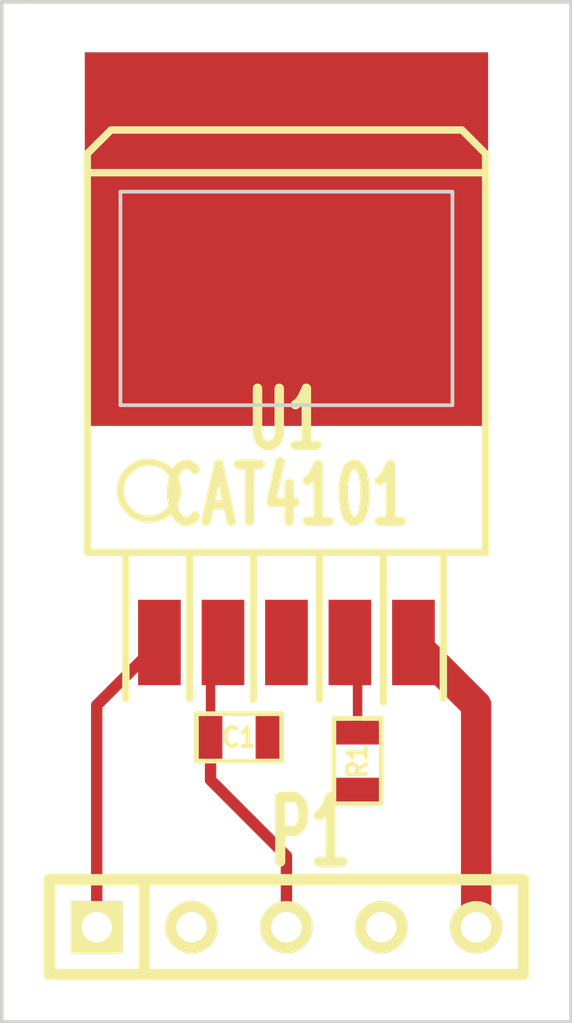
<source format=kicad_pcb>
(kicad_pcb (version 3) (host pcbnew "(22-Jun-2014 BZR 4027)-stable")

  (general
    (links 10)
    (no_connects 5)
    (area 44.399999 23.501629 59.740001 52.120001)
    (thickness 1.6)
    (drawings 9)
    (tracks 11)
    (zones 0)
    (modules 4)
    (nets 6)
  )

  (page A3)
  (layers
    (15 F.Cu signal)
    (0 B.Cu signal)
    (16 B.Adhes user)
    (17 F.Adhes user)
    (18 B.Paste user)
    (19 F.Paste user)
    (20 B.SilkS user)
    (21 F.SilkS user)
    (22 B.Mask user)
    (23 F.Mask user)
    (24 Dwgs.User user)
    (25 Cmts.User user)
    (26 Eco1.User user)
    (27 Eco2.User user)
    (28 Edge.Cuts user)
  )

  (setup
    (last_trace_width 0.3048)
    (trace_clearance 0.254)
    (zone_clearance 0.508)
    (zone_45_only no)
    (trace_min 0.254)
    (segment_width 0.2)
    (edge_width 0.1)
    (via_size 0.889)
    (via_drill 0.635)
    (via_min_size 0.889)
    (via_min_drill 0.508)
    (uvia_size 0.508)
    (uvia_drill 0.127)
    (uvias_allowed no)
    (uvia_min_size 0.508)
    (uvia_min_drill 0.127)
    (pcb_text_width 0.3)
    (pcb_text_size 1.5 1.5)
    (mod_edge_width 0.15)
    (mod_text_size 1 1)
    (mod_text_width 0.15)
    (pad_size 1.5 1.5)
    (pad_drill 0.6)
    (pad_to_mask_clearance 0)
    (aux_axis_origin 0 0)
    (visible_elements FFFFFFBF)
    (pcbplotparams
      (layerselection 3178497)
      (usegerberextensions true)
      (excludeedgelayer true)
      (linewidth 0.150000)
      (plotframeref false)
      (viasonmask false)
      (mode 1)
      (useauxorigin false)
      (hpglpennumber 1)
      (hpglpenspeed 20)
      (hpglpendiameter 15)
      (hpglpenoverlay 2)
      (psnegative false)
      (psa4output false)
      (plotreference true)
      (plotvalue true)
      (plotothertext true)
      (plotinvisibletext false)
      (padsonsilk false)
      (subtractmaskfromsilk false)
      (outputformat 1)
      (mirror false)
      (drillshape 1)
      (scaleselection 1)
      (outputdirectory ""))
  )

  (net 0 "")
  (net 1 /LED)
  (net 2 /PWM)
  (net 3 GND)
  (net 4 N-000001)
  (net 5 VCC)

  (net_class Default "This is the default net class."
    (clearance 0.254)
    (trace_width 0.3048)
    (via_dia 0.889)
    (via_drill 0.635)
    (uvia_dia 0.508)
    (uvia_drill 0.127)
    (add_net "")
    (add_net /PWM)
    (add_net GND)
    (add_net N-000001)
    (add_net VCC)
  )

  (net_class HIGHPWR ""
    (clearance 0.254)
    (trace_width 0.8128)
    (via_dia 0.889)
    (via_drill 0.635)
    (uvia_dia 0.508)
    (uvia_drill 0.127)
    (add_net /LED)
  )

  (module TO263-5 (layer F.Cu) (tedit 4FBE28E0) (tstamp 581E69AB)
    (at 52.07 41.91)
    (path /581E689D)
    (attr smd)
    (fp_text reference U1 (at 0 -5.969) (layer F.SilkS)
      (effects (font (size 1.524 1.016) (thickness 0.254)))
    )
    (fp_text value CAT4101 (at 0 -3.937) (layer F.SilkS)
      (effects (font (size 1.524 1.016) (thickness 0.254)))
    )
    (fp_line (start 4.20116 -2.4003) (end 4.20116 1.50114) (layer F.SilkS) (width 0.19812))
    (fp_line (start 2.60096 -2.4003) (end 2.60096 1.6002) (layer F.SilkS) (width 0.19812))
    (fp_line (start -4.30022 -2.4003) (end -4.30022 1.50114) (layer F.SilkS) (width 0.19812))
    (fp_line (start -2.60096 -2.4003) (end -2.60096 1.50114) (layer F.SilkS) (width 0.19812))
    (fp_line (start -0.889 -2.413) (end -0.889 1.524) (layer F.SilkS) (width 0.19812))
    (fp_line (start 0.889 1.524) (end 0.889 -2.413) (layer F.SilkS) (width 0.19812))
    (fp_circle (center -3.683 -4.064) (end -3.683 -3.302) (layer F.SilkS) (width 0.19812))
    (fp_line (start -5.334 -2.413) (end -5.334 -13.081) (layer F.SilkS) (width 0.19812))
    (fp_line (start -5.334 -13.081) (end -4.699 -13.716) (layer F.SilkS) (width 0.19812))
    (fp_line (start -4.699 -13.716) (end 4.318 -13.716) (layer F.SilkS) (width 0.19812))
    (fp_line (start 4.318 -13.716) (end 4.572 -13.716) (layer F.SilkS) (width 0.19812))
    (fp_line (start 4.572 -13.716) (end 4.699 -13.716) (layer F.SilkS) (width 0.19812))
    (fp_line (start 4.699 -13.716) (end 5.334 -13.081) (layer F.SilkS) (width 0.19812))
    (fp_line (start 5.334 -13.081) (end 5.334 -2.413) (layer F.SilkS) (width 0.19812))
    (fp_line (start -5.334 -2.413) (end 5.334 -2.413) (layer F.SilkS) (width 0.19812))
    (fp_line (start 5.334 -12.573) (end -5.334 -12.573) (layer F.SilkS) (width 0.19812))
    (pad 2 smd rect (at -1.69926 0) (size 1.143 2.286)
      (layers F.Cu F.Paste F.Mask)
      (net 5 VCC)
    )
    (pad 3 smd rect (at 0 -10.795) (size 10.80008 9.99998)
      (layers F.Cu F.Paste F.Mask)
      (net 3 GND)
    )
    (pad 4 smd rect (at 1.69926 0) (size 1.143 2.286)
      (layers F.Cu F.Paste F.Mask)
      (net 4 N-000001)
    )
    (pad 3 smd rect (at 0 0) (size 1.143 2.286)
      (layers F.Cu F.Paste F.Mask)
      (net 3 GND)
    )
    (pad 1 smd rect (at -3.40106 0) (size 1.143 2.286)
      (layers F.Cu F.Paste F.Mask)
      (net 2 /PWM)
    )
    (pad 5 smd rect (at 3.40106 0) (size 1.143 2.286)
      (layers F.Cu F.Paste F.Mask)
      (net 1 /LED)
    )
  )

  (module SM0603 (layer F.Cu) (tedit 581E743B) (tstamp 581F150F)
    (at 53.975 45.085 270)
    (path /581E730F)
    (attr smd)
    (fp_text reference R1 (at 0 0 270) (layer F.SilkS)
      (effects (font (size 0.508 0.4572) (thickness 0.1143)))
    )
    (fp_text value 549R (at 0 0 270) (layer F.SilkS) hide
      (effects (font (size 0.508 0.4572) (thickness 0.1143)))
    )
    (fp_line (start -1.143 -0.635) (end 1.143 -0.635) (layer F.SilkS) (width 0.127))
    (fp_line (start 1.143 -0.635) (end 1.143 0.635) (layer F.SilkS) (width 0.127))
    (fp_line (start 1.143 0.635) (end -1.143 0.635) (layer F.SilkS) (width 0.127))
    (fp_line (start -1.143 0.635) (end -1.143 -0.635) (layer F.SilkS) (width 0.127))
    (pad 1 smd rect (at -0.762 0 270) (size 0.635 1.143)
      (layers F.Cu F.Paste F.Mask)
      (net 4 N-000001)
    )
    (pad 2 smd rect (at 0.762 0 270) (size 0.635 1.143)
      (layers F.Cu F.Paste F.Mask)
      (net 3 GND)
    )
    (model smd\resistors\R0603.wrl
      (at (xyz 0 0 0.001))
      (scale (xyz 0.5 0.5 0.5))
      (rotate (xyz 0 0 0))
    )
  )

  (module SM0603 (layer F.Cu) (tedit 581F2B86) (tstamp 581E6A7A)
    (at 50.8 44.45 180)
    (path /581E69D0)
    (attr smd)
    (fp_text reference C1 (at 0 0 180) (layer F.SilkS)
      (effects (font (size 0.508 0.4572) (thickness 0.1143)))
    )
    (fp_text value 100n (at 0 0 180) (layer F.SilkS) hide
      (effects (font (size 0.508 0.4572) (thickness 0.1143)))
    )
    (fp_line (start -1.143 -0.635) (end 1.143 -0.635) (layer F.SilkS) (width 0.127))
    (fp_line (start 1.143 -0.635) (end 1.143 0.635) (layer F.SilkS) (width 0.127))
    (fp_line (start 1.143 0.635) (end -1.143 0.635) (layer F.SilkS) (width 0.127))
    (fp_line (start -1.143 0.635) (end -1.143 -0.635) (layer F.SilkS) (width 0.127))
    (pad 1 smd rect (at -0.762 0 180) (size 0.635 1.143)
      (layers F.Cu F.Paste F.Mask)
      (net 3 GND)
    )
    (pad 2 smd rect (at 0.762 0 180) (size 0.635 1.143)
      (layers F.Cu F.Paste F.Mask)
      (net 5 VCC)
    )
    (model smd\resistors\R0603.wrl
      (at (xyz 0 0 0.001))
      (scale (xyz 0.5 0.5 0.5))
      (rotate (xyz 0 0 0))
    )
  )

  (module SIL-5 (layer F.Cu) (tedit 200000) (tstamp 581F2BE2)
    (at 53.34 49.53)
    (descr "Connecteur 5 pins")
    (tags "CONN DEV")
    (path /581F29E5)
    (fp_text reference P1 (at -0.635 -2.54) (layer F.SilkS)
      (effects (font (size 1.72974 1.08712) (thickness 0.3048)))
    )
    (fp_text value CONN_5 (at 0 -2.54) (layer F.SilkS) hide
      (effects (font (size 1.524 1.016) (thickness 0.3048)))
    )
    (fp_line (start -7.62 1.27) (end -7.62 -1.27) (layer F.SilkS) (width 0.3048))
    (fp_line (start -7.62 -1.27) (end 5.08 -1.27) (layer F.SilkS) (width 0.3048))
    (fp_line (start 5.08 -1.27) (end 5.08 1.27) (layer F.SilkS) (width 0.3048))
    (fp_line (start 5.08 1.27) (end -7.62 1.27) (layer F.SilkS) (width 0.3048))
    (fp_line (start -5.08 1.27) (end -5.08 -1.27) (layer F.SilkS) (width 0.3048))
    (pad 1 thru_hole rect (at -6.35 0) (size 1.397 1.397) (drill 0.8128)
      (layers *.Cu *.Mask F.SilkS)
      (net 2 /PWM)
    )
    (pad 2 thru_hole circle (at -3.81 0) (size 1.397 1.397) (drill 0.8128)
      (layers *.Cu *.Mask F.SilkS)
      (net 3 GND)
    )
    (pad 3 thru_hole circle (at -1.27 0) (size 1.397 1.397) (drill 0.8128)
      (layers *.Cu *.Mask F.SilkS)
      (net 5 VCC)
    )
    (pad 4 thru_hole circle (at 1.27 0) (size 1.397 1.397) (drill 0.8128)
      (layers *.Cu *.Mask F.SilkS)
      (net 3 GND)
    )
    (pad 5 thru_hole circle (at 3.81 0) (size 1.397 1.397) (drill 0.8128)
      (layers *.Cu *.Mask F.SilkS)
      (net 1 /LED)
    )
  )

  (gr_line (start 44.45 24.765) (end 44.45 52.07) (angle 90) (layer Edge.Cuts) (width 0.1))
  (gr_line (start 45.085 24.765) (end 44.45 24.765) (angle 90) (layer Edge.Cuts) (width 0.1))
  (gr_line (start 59.69 24.765) (end 45.085 24.765) (angle 90) (layer Edge.Cuts) (width 0.1))
  (gr_line (start 59.69 52.07) (end 59.69 24.765) (angle 90) (layer Edge.Cuts) (width 0.1))
  (gr_line (start 44.45 52.07) (end 59.69 52.07) (angle 90) (layer Edge.Cuts) (width 0.1))
  (gr_line (start 47.625 29.845) (end 47.625 35.56) (angle 90) (layer Edge.Cuts) (width 0.1))
  (gr_line (start 56.515 29.845) (end 56.515 35.56) (angle 90) (layer Edge.Cuts) (width 0.1))
  (gr_line (start 56.515 35.56) (end 47.625 35.56) (angle 90) (layer Edge.Cuts) (width 0.1))
  (gr_line (start 47.625 29.845) (end 56.515 29.845) (angle 90) (layer Edge.Cuts) (width 0.1))

  (segment (start 57.15 49.53) (end 57.15 43.58894) (width 0.8128) (layer F.Cu) (net 1))
  (segment (start 57.15 43.58894) (end 55.47106 41.91) (width 0.8128) (layer F.Cu) (net 1) (tstamp 581F2C26))
  (segment (start 46.99 49.53) (end 46.99 43.58894) (width 0.3048) (layer F.Cu) (net 2))
  (segment (start 46.99 43.58894) (end 48.66894 41.91) (width 0.3048) (layer F.Cu) (net 2) (tstamp 581F2C7F))
  (segment (start 53.975 44.323) (end 53.975 42.11574) (width 0.254) (layer F.Cu) (net 4))
  (segment (start 53.975 42.11574) (end 53.76926 41.91) (width 0.254) (layer F.Cu) (net 4) (tstamp 58208682))
  (segment (start 50.038 44.45) (end 50.038 45.593) (width 0.3048) (layer F.Cu) (net 5))
  (segment (start 52.07 47.625) (end 52.07 49.53) (width 0.3048) (layer F.Cu) (net 5) (tstamp 581F2C9E))
  (segment (start 50.038 45.593) (end 52.07 47.625) (width 0.3048) (layer F.Cu) (net 5) (tstamp 581F2C99))
  (segment (start 50.038 44.45) (end 50.038 42.24274) (width 0.254) (layer F.Cu) (net 5))
  (segment (start 50.038 42.24274) (end 50.37074 41.91) (width 0.254) (layer F.Cu) (net 5) (tstamp 5820866D))

  (zone (net 3) (net_name GND) (layer F.Cu) (tstamp 581F33FC) (hatch edge 0.508)
    (connect_pads (clearance 0.508))
    (min_thickness 0.254)
    (fill (mode segment) (arc_segments 16) (thermal_gap 5.08) (thermal_bridge_width 5.08))
    (polygon
      (pts
        (xy 59.69 52.07) (xy 44.45 52.07) (xy 44.45 24.765) (xy 59.69 24.765)
      )
    )
    (filled_polygon
      (pts
        (xy 54.503 33.528) (xy 54.483 33.528) (xy 54.483 33.548) (xy 49.657 33.548) (xy 49.657 33.528)
        (xy 49.637 33.528) (xy 49.637 30.53) (xy 54.503 30.53) (xy 54.503 33.528)
      )
    )
    (fill_segments
      (pts (xy 49.637 30.53) (xy 54.503 30.53))
      (pts (xy 49.637 30.7332) (xy 54.503 30.7332))
      (pts (xy 49.637 30.9364) (xy 54.503 30.9364))
      (pts (xy 49.637 31.1396) (xy 54.503 31.1396))
      (pts (xy 49.637 31.3428) (xy 54.503 31.3428))
      (pts (xy 49.637 31.546) (xy 54.503 31.546))
      (pts (xy 49.637 31.7492) (xy 54.503 31.7492))
      (pts (xy 49.637 31.9524) (xy 54.503 31.9524))
      (pts (xy 49.637 32.1556) (xy 54.503 32.1556))
      (pts (xy 49.637 32.3588) (xy 54.503 32.3588))
      (pts (xy 49.637 32.562) (xy 54.503 32.562))
      (pts (xy 49.637 32.7652) (xy 54.503 32.7652))
      (pts (xy 49.637 32.9684) (xy 54.503 32.9684))
      (pts (xy 49.637 33.1716) (xy 54.503 33.1716))
      (pts (xy 49.637 33.3748) (xy 54.503 33.3748))
    )
  )
  (zone (net 3) (net_name GND) (layer B.Cu) (tstamp 581F33FC) (hatch edge 0.508)
    (connect_pads (clearance 0.508))
    (min_thickness 0.254)
    (fill (mode segment) (arc_segments 16) (thermal_gap 5.08) (thermal_bridge_width 5.08))
    (polygon
      (pts
        (xy 59.69 52.07) (xy 44.45 52.07) (xy 44.45 24.765) (xy 59.69 24.765)
      )
    )
  )
)

</source>
